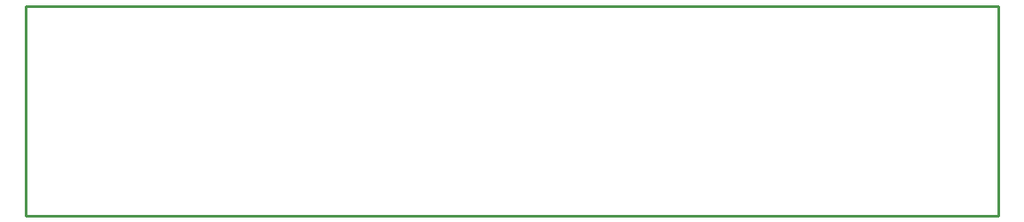
<source format=gm1>
G04*
G04 #@! TF.GenerationSoftware,Altium Limited,Altium Designer,19.0.4 (130)*
G04*
G04 Layer_Color=16711935*
%FSLAX44Y44*%
%MOMM*%
G71*
G01*
G75*
%ADD13C,0.2540*%
D13*
X0Y200000D02*
X930000D01*
Y0D02*
Y200000D01*
X0Y0D02*
Y200000D01*
Y0D02*
X930000D01*
M02*

</source>
